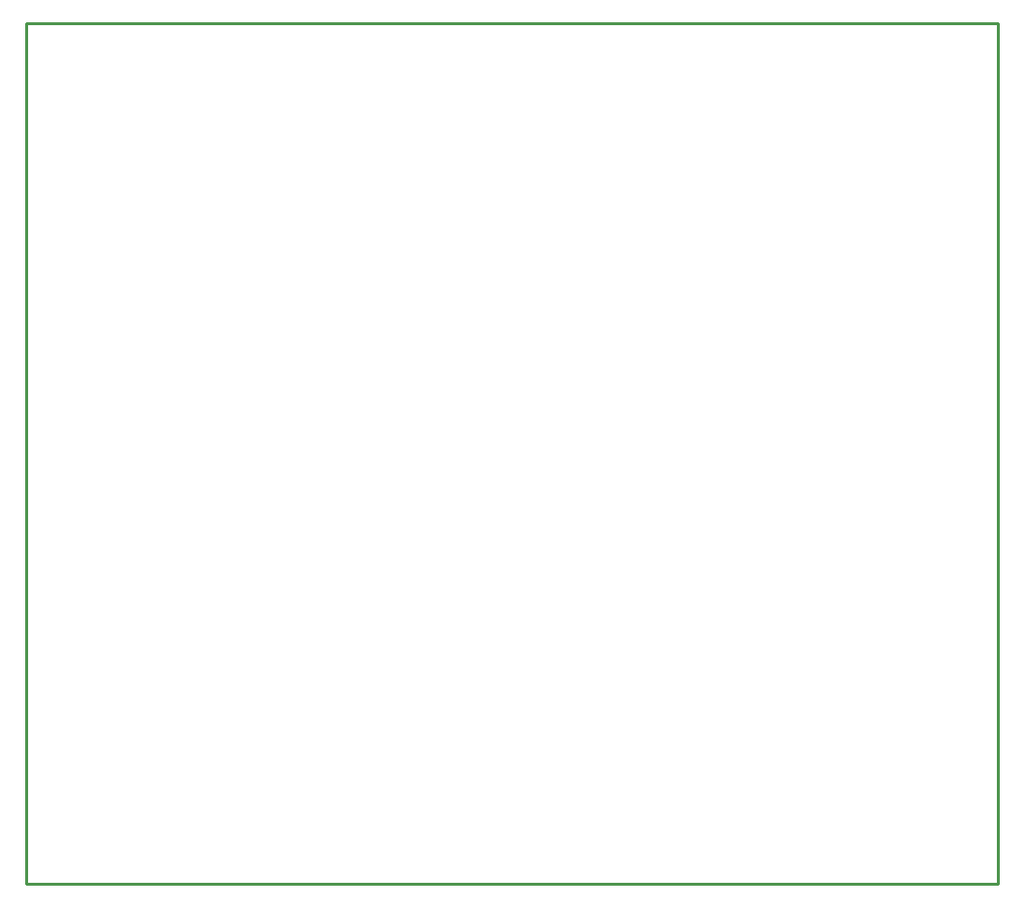
<source format=gko>
G04 Layer_Color=16711935*
%FSLAX25Y25*%
%MOIN*%
G70*
G01*
G75*
%ADD10C,0.01000*%
D10*
X123500Y136000D02*
X458000D01*
Y432500D01*
X123500D02*
X458000D01*
X123500Y136000D02*
Y432500D01*
M02*

</source>
